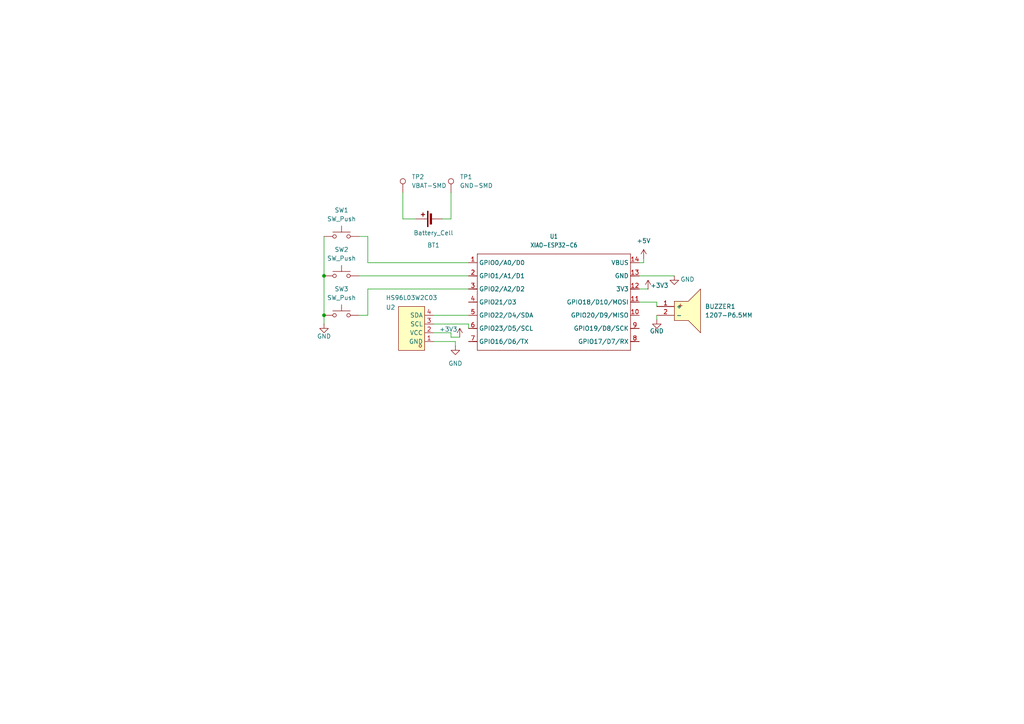
<source format=kicad_sch>
(kicad_sch (version 20250114) (generator "eeschema") (generator_version "9.0")
  (paper "A4")
  (lib_symbols
    (symbol "Connector:TestPoint" (pin_numbers (hide yes)) (pin_names (offset 0.762) (hide yes))
      (property "Reference" "TP" (at 0 6.858 0))
      (property "Value" "TestPoint" (at 0 5.08 0))
      (symbol "TestPoint_0_1"
        (circle (center 0 3.302) (radius 0.762))
      )
      (symbol "TestPoint_1_1"
        (pin passive line (at 0 0 90) (length 2.54) (name "1") (number "1"))
      )
    )
    (symbol "Device:Battery_Cell" (pin_numbers (hide yes)) (pin_names (offset 0) (hide yes))
      (property "Reference" "BT" (at 2.54 2.54 0))
      (property "Value" "Battery_Cell" (at 2.54 0 0))
      (symbol "Battery_Cell_0_1"
        (rectangle (start -2.286 1.778) (end 2.286 1.524) (fill (type outline)))
        (rectangle (start -1.524 1.016) (end 1.524 0.508) (fill (type outline)))
        (polyline (pts (xy 0 1.778) (xy 0 2.54)))
        (polyline (pts (xy 0 0.762) (xy 0 0)))
        (polyline (pts (xy 0.762 3.048) (xy 1.778 3.048)) (stroke (width 0.254)))
        (polyline (pts (xy 1.27 3.556) (xy 1.27 2.54)) (stroke (width 0.254)))
      )
      (symbol "Battery_Cell_1_1"
        (pin passive line (at 0 5.08 270) (length 2.54) (name "+") (number "1"))
        (pin passive line (at 0 -2.54 90) (length 2.54) (name "-") (number "2"))
      )
    )
    (symbol "EASYEDA2KICAD:1207-P6.5MM"
      (property "Reference" "BUZZER" (at 0 7.62 0))
      (property "Value" "1207-P6.5MM" (at 0 -5.08 0))
      (symbol "1207-P6.5MM_0_1"
        (polyline (pts (xy 1.27 2.79) (xy 2.29 2.79)))
        (polyline (pts (xy 1.78 3.3) (xy 1.78 2.29)))
        (polyline (pts (xy 4.06 -1.52) (xy 0 -1.52) (xy 0 4.06) (xy 4.06 4.06) (xy 7.62 7.62) (xy 7.62 -5.08) (xy 4.06 -1.52)) (fill (type background)))
        (pin unspecified line (at -5.08 2.54 0) (length 5.08) (name "+") (number "1"))
        (pin unspecified line (at -5.08 0 0) (length 5.08) (name "-") (number "2"))
      )
    )
    (symbol "EASYEDA2KICAD:HS96L03W2C03"
      (property "Reference" "U" (at 0 8.89 0))
      (property "Value" "HS96L03W2C03" (at 0 -8.89 0))
      (symbol "HS96L03W2C03_0_1"
        (rectangle (start -3.81 6.35) (end 3.81 -6.35) (fill (type background)))
        (circle (center -2.54 5.08) (radius 0.38))
        (pin unspecified line (at -6.35 3.81 0) (length 2.54) (name "GND") (number "1"))
        (pin unspecified line (at -6.35 1.27 0) (length 2.54) (name "VCC") (number "2"))
        (pin unspecified line (at -6.35 -1.27 0) (length 2.54) (name "SCL") (number "3"))
        (pin unspecified line (at -6.35 -3.81 0) (length 2.54) (name "SDA") (number "4"))
      )
    )
    (symbol "Seeed_Studio_XIAO_Series:XIAO_ESP32-C6-DIP"
      (property "Reference" "U" (at -20.574 17.018 0))
      (property "Value" "XIAO-ESP32-C6" (at -15.24 14.986 0))
      (symbol "XIAO_ESP32-C6-DIP_1_0"
        (polyline (pts (xy -21.59 13.97) (xy 22.86 13.97)) (stroke (width 0.1524)))
        (polyline (pts (xy -21.59 11.43) (xy -22.86 11.43)) (stroke (width 0.1524)))
        (polyline (pts (xy -21.59 11.43) (xy -21.59 13.97)) (stroke (width 0.1524)))
        (polyline (pts (xy -21.59 7.62) (xy -22.86 7.62)) (stroke (width 0.1524)))
        (polyline (pts (xy -21.59 7.62) (xy -21.59 11.43)) (stroke (width 0.1524)))
        (polyline (pts (xy -21.59 3.81) (xy -22.86 3.81)) (stroke (width 0.1524)))
        (polyline (pts (xy -21.59 3.81) (xy -21.59 7.62)) (stroke (width 0.1524)))
        (polyline (pts (xy -21.59 0) (xy -22.86 0)) (stroke (width 0.1524)))
        (polyline (pts (xy -21.59 0) (xy -21.59 3.81)) (stroke (width 0.1524)))
        (polyline (pts (xy -21.59 -3.81) (xy -22.86 -3.81)) (stroke (width 0.1524)))
        (polyline (pts (xy -21.59 -7.62) (xy -22.86 -7.62)) (stroke (width 0.1524)))
        (polyline (pts (xy -21.59 -11.43) (xy -22.86 -11.43)) (stroke (width 0.1524)))
        (polyline (pts (xy -21.59 -13.97) (xy -21.59 0)) (stroke (width 0.1524)))
        (polyline (pts (xy 22.86 13.97) (xy 22.86 11.43)) (stroke (width 0.1524)))
        (polyline (pts (xy 22.86 11.43) (xy 22.86 7.62)) (stroke (width 0.1524)))
        (polyline (pts (xy 22.86 7.62) (xy 22.86 3.81)) (stroke (width 0.1524)))
        (polyline (pts (xy 22.86 3.81) (xy 22.86 -13.97)) (stroke (width 0.1524)))
        (polyline (pts (xy 22.86 -13.97) (xy -21.59 -13.97)) (stroke (width 0.1524)))
        (polyline (pts (xy 24.13 11.43) (xy 22.86 11.43)) (stroke (width 0.1524)))
        (polyline (pts (xy 24.13 7.62) (xy 22.86 7.62)) (stroke (width 0.1524)))
        (polyline (pts (xy 24.13 3.81) (xy 22.86 3.81)) (stroke (width 0.1524)))
        (polyline (pts (xy 24.13 0) (xy 22.86 0)) (stroke (width 0.1524)))
        (polyline (pts (xy 24.13 -3.81) (xy 22.86 -3.81)) (stroke (width 0.1524)))
        (polyline (pts (xy 24.13 -7.62) (xy 22.86 -7.62)) (stroke (width 0.1524)))
        (polyline (pts (xy 24.13 -11.43) (xy 22.86 -11.43)) (stroke (width 0.1524)))
        (pin passive line (at -24.13 11.43 0) (length 2.54) (name "GPIO0/A0/D0") (number "1"))
        (pin passive line (at -24.13 7.62 0) (length 2.54) (name "GPIO1/A1/D1") (number "2"))
        (pin passive line (at -24.13 3.81 0) (length 2.54) (name "GPIO2/A2/D2") (number "3"))
        (pin passive line (at -24.13 0 0) (length 2.54) (name "GPIO21/D3") (number "4"))
        (pin passive line (at -24.13 -3.81 0) (length 2.54) (name "GPIO22/D4/SDA") (number "5"))
        (pin passive line (at -24.13 -7.62 0) (length 2.54) (name "GPIO23/D5/SCL") (number "6"))
        (pin passive line (at -24.13 -11.43 0) (length 2.54) (name "GPIO16/D6/TX") (number "7"))
        (pin passive line (at 25.4 11.43 180) (length 2.54) (name "VBUS") (number "14"))
        (pin passive line (at 25.4 7.62 180) (length 2.54) (name "GND") (number "13"))
        (pin passive line (at 25.4 3.81 180) (length 2.54) (name "3V3") (number "12"))
        (pin passive line (at 25.4 0 180) (length 2.54) (name "GPIO18/D10/MOSI") (number "11"))
        (pin passive line (at 25.4 -3.81 180) (length 2.54) (name "GPIO20/D9/MISO") (number "10"))
        (pin passive line (at 25.4 -7.62 180) (length 2.54) (name "GPIO19/D8/SCK") (number "9"))
        (pin passive line (at 25.4 -11.43 180) (length 2.54) (name "GPIO17/D7/RX") (number "8"))
      )
    )
    (symbol "Switch:SW_Push" (pin_numbers (hide yes)) (pin_names (offset 1.016) (hide yes))
      (property "Reference" "SW" (at 1.27 2.54 0))
      (property "Value" "SW_Push" (at 0 -1.524 0))
      (symbol "SW_Push_0_1"
        (circle (center -2.032 0) (radius 0.508))
        (polyline (pts (xy 0 1.27) (xy 0 3.048)))
        (circle (center 2.032 0) (radius 0.508))
        (polyline (pts (xy 2.54 1.27) (xy -2.54 1.27)))
        (pin passive line (at -5.08 0 0) (length 2.54) (name "1") (number "1"))
        (pin passive line (at 5.08 0 180) (length 2.54) (name "2") (number "2"))
      )
    )
    (symbol "power:+3V3" (power) (pin_numbers (hide yes)) (pin_names (offset 0) (hide yes))
      (property "Value" "+3V3" (at 0 3.556 0))
      (symbol "+3V3_0_1"
        (polyline (pts (xy -0.762 1.27) (xy 0 2.54)))
        (polyline (pts (xy 0 2.54) (xy 0.762 1.27)))
        (polyline (pts (xy 0 0) (xy 0 2.54)))
      )
      (symbol "+3V3_1_1"
        (pin power_in line (at 0 0 90) (length 0) (name "~") (number "1"))
      )
    )
    (symbol "power:+5V" (power) (pin_numbers (hide yes)) (pin_names (offset 0) (hide yes))
      (property "Value" "+5V" (at 0 3.556 0))
      (symbol "+5V_0_1"
        (polyline (pts (xy -0.762 1.27) (xy 0 2.54)))
        (polyline (pts (xy 0 2.54) (xy 0.762 1.27)))
        (polyline (pts (xy 0 0) (xy 0 2.54)))
      )
      (symbol "+5V_1_1"
        (pin power_in line (at 0 0 90) (length 0) (name "~") (number "1"))
      )
    )
    (symbol "power:GND" (power) (pin_numbers (hide yes)) (pin_names (offset 0) (hide yes))
      (property "Value" "GND" (at 0 -3.81 0))
      (symbol "GND_0_1"
        (polyline (pts (xy 0 0) (xy 0 -1.27) (xy 1.27 -1.27) (xy 0 -2.54) (xy -1.27 -1.27) (xy 0 -1.27)))
      )
      (symbol "GND_1_1"
        (pin power_in line (at 0 0 270) (length 0) (name "~") (number "1"))
      )
    )
  )
  (junction (at 93.98 91.44))
  (junction (at 93.98 80.01))
  (wire (pts (xy 130.81 55.88) (xy 130.81 63.5)))
  (wire (pts (xy 130.81 96.52) (xy 130.81 97.79)))
  (wire (pts (xy 135.89 93.98) (xy 135.89 95.25)))
  (wire (pts (xy 128.27 63.5) (xy 130.81 63.5)))
  (wire (pts (xy 93.98 80.01) (xy 93.98 91.44)))
  (wire (pts (xy 186.69 76.2) (xy 186.69 74.93)))
  (wire (pts (xy 125.73 96.52) (xy 130.81 96.52)))
  (wire (pts (xy 93.98 68.58) (xy 93.98 80.01)))
  (wire (pts (xy 190.5 87.63) (xy 190.5 88.9)))
  (wire (pts (xy 190.5 92.71) (xy 190.5 91.44)))
  (wire (pts (xy 185.42 83.82) (xy 187.96 83.82)))
  (wire (pts (xy 106.68 76.2) (xy 135.89 76.2)))
  (wire (pts (xy 104.14 91.44) (xy 106.68 91.44)))
  (wire (pts (xy 185.42 76.2) (xy 186.69 76.2)))
  (wire (pts (xy 116.84 63.5) (xy 120.65 63.5)))
  (wire (pts (xy 106.68 68.58) (xy 104.14 68.58)))
  (wire (pts (xy 116.84 55.88) (xy 116.84 63.5)))
  (wire (pts (xy 125.73 99.06) (xy 132.08 99.06)))
  (wire (pts (xy 125.73 93.98) (xy 135.89 93.98)))
  (wire (pts (xy 93.98 91.44) (xy 93.98 93.98)))
  (wire (pts (xy 132.08 99.06) (xy 132.08 100.33)))
  (wire (pts (xy 106.68 68.58) (xy 106.68 76.2)))
  (wire (pts (xy 106.68 83.82) (xy 135.89 83.82)))
  (wire (pts (xy 185.42 80.01) (xy 195.58 80.01)))
  (wire (pts (xy 185.42 87.63) (xy 190.5 87.63)))
  (wire (pts (xy 106.68 91.44) (xy 106.68 83.82)))
  (wire (pts (xy 130.81 97.79) (xy 133.35 97.79)))
  (wire (pts (xy 104.14 80.01) (xy 135.89 80.01)))
  (wire (pts (xy 125.73 91.44) (xy 135.89 91.44)))
  (symbol (lib_id "EASYEDA2KICAD:HS96L03W2C03") (at 119.38 95.25 180) (unit 1)
    (property "Reference" "U2" (at 113.284 89.154 0))
    (property "Value" "HS96L03W2C03" (at 119.38 86.36 0))
    (property "Footprint" "EASYEDA2KICAD:OLED-TH_L27.8-W27.2-P2.54_C9900033791" (effects (hide yes)))
    (property "LCSC Part" "C5248080" (effects (hide yes)))
  )
  (symbol (lib_id "power:+3V3") (at 187.96 83.82 0) (unit 1)
    (property "Reference" "#PWR03" (effects (hide yes)))
    (property "Value" "+3V3" (at 191.262 82.804 0))
    (property "Description" "Power symbol creates a global label with name \"+3V3\"" (effects (hide yes)))
  )
  (symbol (lib_id "power:GND") (at 132.08 100.33 0) (unit 1)
    (property "Reference" "#PWR02" (effects (hide yes)))
    (property "Value" "GND" (at 132.08 105.41 0))
    (property "Description" "Power symbol creates a global label with name \"GND\" , ground" (effects (hide yes)))
  )
  (symbol (lib_id "power:GND") (at 93.98 93.98 0) (unit 1)
    (property "Reference" "#PWR06" (effects (hide yes)))
    (property "Value" "GND" (at 93.98 97.536 0))
    (property "Description" "Power symbol creates a global label with name \"GND\" , ground" (effects (hide yes)))
  )
  (symbol (lib_id "power:+5V") (at 186.69 74.93 0) (unit 1)
    (property "Reference" "#PWR05" (effects (hide yes)))
    (property "Value" "+5V" (at 186.69 69.85 0))
    (property "Description" "Power symbol creates a global label with name \"+5V\"" (effects (hide yes)))
  )
  (symbol (lib_id "Connector:TestPoint") (at 130.81 55.88 0) (unit 1)
    (property "Reference" "TP1" (at 133.35 51.3079 0) (effects (justify left)))
    (property "Value" "GND-SMD" (at 133.35 53.8479 0) (effects (justify left)))
    (property "Footprint" "TestPoint:TestPoint_Pad_D2.0mm" (effects (hide yes)))
    (property "Description" "test point" (effects (hide yes)))
  )
  (symbol (lib_id "Seeed_Studio_XIAO_Series:XIAO_ESP32-C6-DIP") (at 160.02 87.63 0) (unit 1)
    (property "Reference" "U1" (at 160.655 68.58 0) (effects (font (size 1.27 1.0795))))
    (property "Value" "XIAO-ESP32-C6" (at 160.655 71.12 0) (effects (font (size 1.27 1.0795))))
    (property "Footprint" "OPL:XIAO-ESP32C6-DIP" (effects (hide yes)))
    (property "SKU" "XIAO-DIP" (effects (hide yes)))
  )
  (symbol (lib_id "Switch:SW_Push") (at 99.06 80.01 0) (unit 1)
    (property "Reference" "SW2" (at 99.06 72.39 0))
    (property "Value" "SW_Push" (at 99.06 74.93 0))
    (property "Footprint" "EASYEDA2KICAD:SW-TH_4P-L4.5-W4.5-P3.00-LS4.8" (effects (hide yes)))
    (property "Description" "Push button switch, generic, two pins" (effects (hide yes)))
  )
  (symbol (lib_id "power:+3V3") (at 133.35 97.79 0) (unit 1)
    (property "Reference" "#PWR01" (effects (hide yes)))
    (property "Value" "+3V3" (at 130.048 95.504 0))
    (property "Description" "Power symbol creates a global label with name \"+3V3\"" (effects (hide yes)))
  )
  (symbol (lib_id "Switch:SW_Push") (at 99.06 68.58 0) (unit 1)
    (property "Reference" "SW1" (at 99.06 60.96 0))
    (property "Value" "SW_Push" (at 99.06 63.5 0))
    (property "Footprint" "EASYEDA2KICAD:SW-TH_4P-L4.5-W4.5-P3.00-LS4.8" (effects (hide yes)))
    (property "Description" "Push button switch, generic, two pins" (effects (hide yes)))
  )
  (symbol (lib_id "Connector:TestPoint") (at 116.84 55.88 0) (unit 1)
    (property "Reference" "TP2" (at 119.38 51.3079 0) (effects (justify left)))
    (property "Value" "VBAT-SMD" (at 119.38 53.8479 0) (effects (justify left)))
    (property "Footprint" "TestPoint:TestPoint_Pad_D2.0mm" (effects (hide yes)))
    (property "Description" "test point" (effects (hide yes)))
  )
  (symbol (lib_id "power:GND") (at 195.58 80.01 0) (unit 1)
    (property "Reference" "#PWR04" (effects (hide yes)))
    (property "Value" "GND" (at 199.39 81.026 0))
    (property "Description" "Power symbol creates a global label with name \"GND\" , ground" (effects (hide yes)))
  )
  (symbol (lib_id "Switch:SW_Push") (at 99.06 91.44 0) (unit 1)
    (property "Reference" "SW3" (at 99.06 83.82 0))
    (property "Value" "SW_Push" (at 99.06 86.36 0))
    (property "Footprint" "EASYEDA2KICAD:SW-TH_4P-L4.5-W4.5-P3.00-LS4.8" (effects (hide yes)))
    (property "Description" "Push button switch, generic, two pins" (effects (hide yes)))
  )
  (symbol (lib_id "EASYEDA2KICAD:1207-P6.5MM") (at 195.58 91.44 0) (unit 1)
    (property "Reference" "BUZZER1" (at 204.47 88.8999 0) (effects (justify left)))
    (property "Value" "1207-P6.5MM" (at 204.47 91.4399 0) (effects (justify left)))
    (property "Footprint" "EASYEDA2KICAD:BUZ-TH_BD12.5-P6.50-D1.4" (effects (hide yes)))
    (property "LCSC Part" "C49246964" (effects (hide yes)))
  )
  (symbol (lib_id "power:GND") (at 190.5 92.71 0) (unit 1)
    (property "Reference" "#PWR07" (effects (hide yes)))
    (property "Value" "GND" (at 190.5 96.012 0))
    (property "Description" "Power symbol creates a global label with name \"GND\" , ground" (effects (hide yes)))
  )
  (symbol (lib_id "Device:Battery_Cell") (at 125.73 63.5 90) (unit 1)
    (property "Reference" "BT1" (at 125.73 71.12 90))
    (property "Value" "Battery_Cell" (at 125.73 67.564 90))
    (property "Footprint" "Connector_PinHeader_2.54mm:PinHeader_1x02_P2.54mm_Vertical" (effects (hide yes)))
    (property "Description" "Single-cell battery" (effects (hide yes)))
  )
)
</source>
